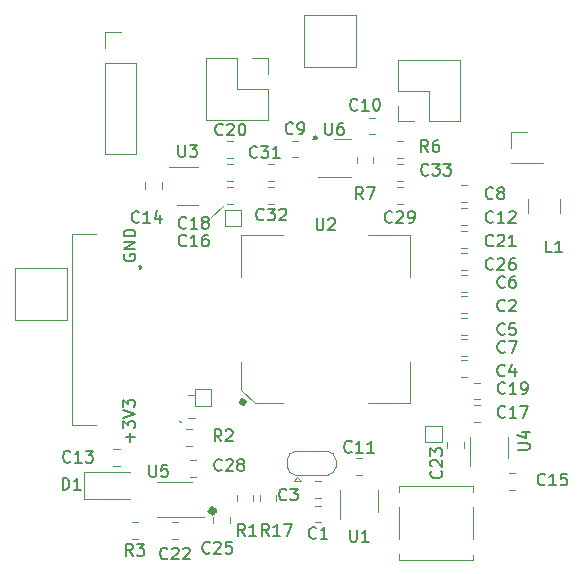
<source format=gto>
G04 #@! TF.GenerationSoftware,KiCad,Pcbnew,(5.1.6)-1*
G04 #@! TF.CreationDate,2020-07-07T21:46:09+02:00*
G04 #@! TF.ProjectId,ToF_camera_VGA,546f465f-6361-46d6-9572-615f5647412e,rev?*
G04 #@! TF.SameCoordinates,Original*
G04 #@! TF.FileFunction,Legend,Top*
G04 #@! TF.FilePolarity,Positive*
%FSLAX46Y46*%
G04 Gerber Fmt 4.6, Leading zero omitted, Abs format (unit mm)*
G04 Created by KiCad (PCBNEW (5.1.6)-1) date 2020-07-07 21:46:09*
%MOMM*%
%LPD*%
G01*
G04 APERTURE LIST*
%ADD10C,0.150000*%
%ADD11C,0.120000*%
%ADD12C,0.500000*%
%ADD13C,0.100000*%
%ADD14C,0.300000*%
%ADD15C,0.400000*%
G04 APERTURE END LIST*
D10*
X101131428Y-117491904D02*
X101131428Y-116730000D01*
X101512380Y-117110952D02*
X100750476Y-117110952D01*
X100512380Y-116349047D02*
X100512380Y-115730000D01*
X100893333Y-116063333D01*
X100893333Y-115920476D01*
X100940952Y-115825238D01*
X100988571Y-115777619D01*
X101083809Y-115730000D01*
X101321904Y-115730000D01*
X101417142Y-115777619D01*
X101464761Y-115825238D01*
X101512380Y-115920476D01*
X101512380Y-116206190D01*
X101464761Y-116301428D01*
X101417142Y-116349047D01*
X100512380Y-115444285D02*
X101512380Y-115110952D01*
X100512380Y-114777619D01*
X100512380Y-114539523D02*
X100512380Y-113920476D01*
X100893333Y-114253809D01*
X100893333Y-114110952D01*
X100940952Y-114015714D01*
X100988571Y-113968095D01*
X101083809Y-113920476D01*
X101321904Y-113920476D01*
X101417142Y-113968095D01*
X101464761Y-114015714D01*
X101512380Y-114110952D01*
X101512380Y-114396666D01*
X101464761Y-114491904D01*
X101417142Y-114539523D01*
X100610000Y-101621904D02*
X100562380Y-101717142D01*
X100562380Y-101860000D01*
X100610000Y-102002857D01*
X100705238Y-102098095D01*
X100800476Y-102145714D01*
X100990952Y-102193333D01*
X101133809Y-102193333D01*
X101324285Y-102145714D01*
X101419523Y-102098095D01*
X101514761Y-102002857D01*
X101562380Y-101860000D01*
X101562380Y-101764761D01*
X101514761Y-101621904D01*
X101467142Y-101574285D01*
X101133809Y-101574285D01*
X101133809Y-101764761D01*
X101562380Y-101145714D02*
X100562380Y-101145714D01*
X101562380Y-100574285D01*
X100562380Y-100574285D01*
X101562380Y-100098095D02*
X100562380Y-100098095D01*
X100562380Y-99860000D01*
X100610000Y-99717142D01*
X100705238Y-99621904D01*
X100800476Y-99574285D01*
X100990952Y-99526666D01*
X101133809Y-99526666D01*
X101324285Y-99574285D01*
X101419523Y-99621904D01*
X101514761Y-99717142D01*
X101562380Y-99860000D01*
X101562380Y-100098095D01*
D11*
X108000000Y-98500000D02*
X109000000Y-97500000D01*
D12*
X108235254Y-123350000D02*
G75*
G03*
X108235254Y-123350000I-172627J0D01*
G01*
D11*
X103350000Y-123880000D02*
X107350000Y-123880000D01*
X103350000Y-120880000D02*
X106350000Y-120880000D01*
D12*
X110760000Y-114130000D02*
G75*
G03*
X110760000Y-114130000I-100000J0D01*
G01*
D11*
X110540000Y-113130000D02*
X110540000Y-110750000D01*
X111660000Y-114250000D02*
X110540000Y-113130000D01*
X114040000Y-114250000D02*
X111660000Y-114250000D01*
X110540000Y-100010000D02*
X110540000Y-103510000D01*
X114040000Y-100010000D02*
X110540000Y-100010000D01*
X124780000Y-114250000D02*
X124780000Y-110750000D01*
X121280000Y-114250000D02*
X124780000Y-114250000D01*
X124780000Y-100010000D02*
X124780000Y-103510000D01*
X121280000Y-100010000D02*
X124780000Y-100010000D01*
X124780000Y-114250000D02*
X124780000Y-110750000D01*
X121280000Y-114250000D02*
X124780000Y-114250000D01*
X124780000Y-114250000D02*
X124780000Y-110750000D01*
X121280000Y-114250000D02*
X124780000Y-114250000D01*
D13*
X96190000Y-116090000D02*
X98200000Y-116090000D01*
X96190000Y-99890000D02*
X96190000Y-116090000D01*
X98200000Y-99890000D02*
X96190000Y-99890000D01*
D14*
X101970000Y-102680000D02*
G75*
G03*
X101970000Y-102780000I0J-50000D01*
G01*
X101970000Y-102780000D02*
G75*
G03*
X101970000Y-102680000I0J50000D01*
G01*
D13*
X105400000Y-115790000D02*
X105400000Y-115790000D01*
X105300000Y-115790000D02*
X105300000Y-115790000D01*
X106000000Y-115490000D02*
X106600000Y-115490000D01*
X106000000Y-113490000D02*
X106600000Y-113490000D01*
X105300000Y-115790000D02*
G75*
G02*
X105400000Y-115790000I50000J0D01*
G01*
X105400000Y-115790000D02*
G75*
G02*
X105300000Y-115790000I-50000J0D01*
G01*
D11*
X91330000Y-107200000D02*
X91330000Y-102800000D01*
X95730000Y-107200000D02*
X91330000Y-107200000D01*
X95730000Y-102800000D02*
X95730000Y-107200000D01*
X91330000Y-102800000D02*
X95730000Y-102800000D01*
X115800000Y-85730000D02*
X115800000Y-81330000D01*
X120200000Y-85730000D02*
X115800000Y-85730000D01*
X120200000Y-81330000D02*
X120200000Y-85730000D01*
X115800000Y-81330000D02*
X120200000Y-81330000D01*
X126110000Y-117520000D02*
X126110000Y-116120000D01*
X127510000Y-117520000D02*
X126110000Y-117520000D01*
X127510000Y-116120000D02*
X127510000Y-117520000D01*
X126110000Y-116120000D02*
X127510000Y-116120000D01*
X109120000Y-99250000D02*
X109120000Y-97850000D01*
X110520000Y-99250000D02*
X109120000Y-99250000D01*
X110520000Y-97850000D02*
X110520000Y-99250000D01*
X109120000Y-97850000D02*
X110520000Y-97850000D01*
X106570000Y-114460000D02*
X106570000Y-113060000D01*
X107970000Y-114460000D02*
X106570000Y-114460000D01*
X107970000Y-113060000D02*
X107970000Y-114460000D01*
X106570000Y-113060000D02*
X107970000Y-113060000D01*
X100221078Y-118090000D02*
X99703922Y-118090000D01*
X100221078Y-119510000D02*
X99703922Y-119510000D01*
X115070000Y-118310000D02*
X117870000Y-118310000D01*
X118520000Y-119010000D02*
X118520000Y-119610000D01*
X117870000Y-120310000D02*
X115070000Y-120310000D01*
X114420000Y-119610000D02*
X114420000Y-119010000D01*
X115270000Y-120510000D02*
X114970000Y-120810000D01*
X114970000Y-120810000D02*
X115570000Y-120810000D01*
X115270000Y-120510000D02*
X115570000Y-120810000D01*
X114420000Y-119010000D02*
G75*
G02*
X115120000Y-118310000I700000J0D01*
G01*
X115120000Y-120310000D02*
G75*
G02*
X114420000Y-119610000I0J700000D01*
G01*
X118520000Y-119610000D02*
G75*
G02*
X117820000Y-120310000I-700000J0D01*
G01*
X117820000Y-118310000D02*
G75*
G02*
X118520000Y-119010000I0J-700000D01*
G01*
X113318578Y-93990000D02*
X112801422Y-93990000D01*
X113318578Y-95410000D02*
X112801422Y-95410000D01*
X106151422Y-119020000D02*
X106668578Y-119020000D01*
X106151422Y-120440000D02*
X106668578Y-120440000D01*
X123880000Y-121720000D02*
X123880000Y-121270000D01*
X130180000Y-121270000D02*
X130180000Y-121720000D01*
X123880000Y-121270000D02*
X130180000Y-121270000D01*
X130180000Y-123020000D02*
X130180000Y-125720000D01*
X123880000Y-125720000D02*
X123880000Y-123020000D01*
X130180000Y-127470000D02*
X130180000Y-127070000D01*
X123880000Y-127470000D02*
X130180000Y-127470000D01*
X123880000Y-127020000D02*
X123880000Y-127470000D01*
X106860000Y-94190000D02*
X104410000Y-94190000D01*
X105060000Y-97410000D02*
X106860000Y-97410000D01*
X123810000Y-90360000D02*
X123810000Y-89030000D01*
X125140000Y-90360000D02*
X123810000Y-90360000D01*
X123810000Y-87760000D02*
X123810000Y-85160000D01*
X126410000Y-87760000D02*
X123810000Y-87760000D01*
X126410000Y-90360000D02*
X126410000Y-87760000D01*
X123810000Y-85160000D02*
X129010000Y-85160000D01*
X126410000Y-90360000D02*
X129010000Y-90360000D01*
X129010000Y-90360000D02*
X129010000Y-85160000D01*
X112760000Y-85020000D02*
X112760000Y-86350000D01*
X111430000Y-85020000D02*
X112760000Y-85020000D01*
X112760000Y-87620000D02*
X112760000Y-90220000D01*
X110160000Y-87620000D02*
X112760000Y-87620000D01*
X110160000Y-85020000D02*
X110160000Y-87620000D01*
X112760000Y-90220000D02*
X107560000Y-90220000D01*
X110160000Y-85020000D02*
X107560000Y-85020000D01*
X107560000Y-85020000D02*
X107560000Y-90220000D01*
X133370000Y-91270000D02*
X134700000Y-91270000D01*
X133370000Y-92600000D02*
X133370000Y-91270000D01*
X133370000Y-93870000D02*
X136030000Y-93870000D01*
X136030000Y-93870000D02*
X136030000Y-93930000D01*
X133370000Y-93870000D02*
X133370000Y-93930000D01*
X133370000Y-93930000D02*
X136030000Y-93930000D01*
D15*
X116800000Y-91750000D02*
G75*
G03*
X116800000Y-91750000I-50000J0D01*
G01*
D11*
X117000000Y-95110000D02*
X119800000Y-95110000D01*
X118400000Y-91890000D02*
X119800000Y-91890000D01*
X129850000Y-117070000D02*
X129850000Y-119520000D01*
X133070000Y-118870000D02*
X133070000Y-117070000D01*
X118910000Y-121610000D02*
X118910000Y-124060000D01*
X122130000Y-123410000D02*
X122130000Y-121610000D01*
X112070000Y-122003922D02*
X112070000Y-122521078D01*
X113490000Y-122003922D02*
X113490000Y-122521078D01*
X120290000Y-93378922D02*
X120290000Y-93896078D01*
X121710000Y-93378922D02*
X121710000Y-93896078D01*
X124196078Y-92040000D02*
X123678922Y-92040000D01*
X124196078Y-93460000D02*
X123678922Y-93460000D01*
X101766078Y-124320000D02*
X101248922Y-124320000D01*
X101766078Y-125740000D02*
X101248922Y-125740000D01*
X111540000Y-122516078D02*
X111540000Y-121998922D01*
X110120000Y-122516078D02*
X110120000Y-121998922D01*
X134790000Y-96897936D02*
X134790000Y-98102064D01*
X137510000Y-96897936D02*
X137510000Y-98102064D01*
X98980000Y-82820000D02*
X100310000Y-82820000D01*
X98980000Y-84150000D02*
X98980000Y-82820000D01*
X98980000Y-85420000D02*
X101640000Y-85420000D01*
X101640000Y-85420000D02*
X101640000Y-93100000D01*
X98980000Y-85420000D02*
X98980000Y-93100000D01*
X98980000Y-93100000D02*
X101640000Y-93100000D01*
X97215000Y-122335000D02*
X101100000Y-122335000D01*
X97215000Y-120065000D02*
X97215000Y-122335000D01*
X101100000Y-120065000D02*
X97215000Y-120065000D01*
X123678922Y-95410000D02*
X124196078Y-95410000D01*
X123678922Y-93990000D02*
X124196078Y-93990000D01*
X113318578Y-95940000D02*
X112801422Y-95940000D01*
X113318578Y-97360000D02*
X112801422Y-97360000D01*
X123678922Y-97360000D02*
X124196078Y-97360000D01*
X123678922Y-95940000D02*
X124196078Y-95940000D01*
X106348578Y-116390000D02*
X105831422Y-116390000D01*
X106348578Y-117810000D02*
X105831422Y-117810000D01*
X129128922Y-102960000D02*
X129646078Y-102960000D01*
X129128922Y-101540000D02*
X129646078Y-101540000D01*
X109590000Y-124398578D02*
X109590000Y-123881422D01*
X108170000Y-124398578D02*
X108170000Y-123881422D01*
X127950000Y-117511422D02*
X127950000Y-118028578D01*
X129370000Y-117511422D02*
X129370000Y-118028578D01*
X104661422Y-125740000D02*
X105178578Y-125740000D01*
X104661422Y-124320000D02*
X105178578Y-124320000D01*
X129128922Y-101060000D02*
X129646078Y-101060000D01*
X129128922Y-99640000D02*
X129646078Y-99640000D01*
X109341422Y-93460000D02*
X109858578Y-93460000D01*
X109341422Y-92040000D02*
X109858578Y-92040000D01*
X130241422Y-113910000D02*
X130758578Y-113910000D01*
X130241422Y-112490000D02*
X130758578Y-112490000D01*
X109343922Y-95410000D02*
X109861078Y-95410000D01*
X109343922Y-93990000D02*
X109861078Y-93990000D01*
X130241422Y-114380000D02*
X130758578Y-114380000D01*
X130241422Y-115800000D02*
X130758578Y-115800000D01*
X109341422Y-97360000D02*
X109858578Y-97360000D01*
X109341422Y-95940000D02*
X109858578Y-95940000D01*
X133181422Y-121580000D02*
X133698578Y-121580000D01*
X133181422Y-120160000D02*
X133698578Y-120160000D01*
X102350000Y-95538922D02*
X102350000Y-96056078D01*
X103770000Y-95538922D02*
X103770000Y-96056078D01*
X129141422Y-99110000D02*
X129658578Y-99110000D01*
X129141422Y-97690000D02*
X129658578Y-97690000D01*
X120241422Y-120320000D02*
X120758578Y-120320000D01*
X120241422Y-118900000D02*
X120758578Y-118900000D01*
X121358922Y-91460000D02*
X121876078Y-91460000D01*
X121358922Y-90040000D02*
X121876078Y-90040000D01*
X115321078Y-91990000D02*
X114803922Y-91990000D01*
X115321078Y-93410000D02*
X114803922Y-93410000D01*
X129141422Y-97170000D02*
X129658578Y-97170000D01*
X129141422Y-95750000D02*
X129658578Y-95750000D01*
X129141422Y-110210000D02*
X129658578Y-110210000D01*
X129141422Y-108790000D02*
X129658578Y-108790000D01*
X129141422Y-104810000D02*
X129658578Y-104810000D01*
X129141422Y-103390000D02*
X129658578Y-103390000D01*
X129141422Y-108410000D02*
X129658578Y-108410000D01*
X129141422Y-106990000D02*
X129658578Y-106990000D01*
X129141422Y-112010000D02*
X129658578Y-112010000D01*
X129141422Y-110590000D02*
X129658578Y-110590000D01*
X117251078Y-120850000D02*
X116733922Y-120850000D01*
X117251078Y-122270000D02*
X116733922Y-122270000D01*
X129141422Y-106610000D02*
X129658578Y-106610000D01*
X129141422Y-105190000D02*
X129658578Y-105190000D01*
X117291078Y-122900000D02*
X116773922Y-122900000D01*
X117291078Y-124320000D02*
X116773922Y-124320000D01*
D10*
X102738095Y-119452380D02*
X102738095Y-120261904D01*
X102785714Y-120357142D01*
X102833333Y-120404761D01*
X102928571Y-120452380D01*
X103119047Y-120452380D01*
X103214285Y-120404761D01*
X103261904Y-120357142D01*
X103309523Y-120261904D01*
X103309523Y-119452380D01*
X104261904Y-119452380D02*
X103785714Y-119452380D01*
X103738095Y-119928571D01*
X103785714Y-119880952D01*
X103880952Y-119833333D01*
X104119047Y-119833333D01*
X104214285Y-119880952D01*
X104261904Y-119928571D01*
X104309523Y-120023809D01*
X104309523Y-120261904D01*
X104261904Y-120357142D01*
X104214285Y-120404761D01*
X104119047Y-120452380D01*
X103880952Y-120452380D01*
X103785714Y-120404761D01*
X103738095Y-120357142D01*
X116898095Y-98582380D02*
X116898095Y-99391904D01*
X116945714Y-99487142D01*
X116993333Y-99534761D01*
X117088571Y-99582380D01*
X117279047Y-99582380D01*
X117374285Y-99534761D01*
X117421904Y-99487142D01*
X117469523Y-99391904D01*
X117469523Y-98582380D01*
X117898095Y-98677619D02*
X117945714Y-98630000D01*
X118040952Y-98582380D01*
X118279047Y-98582380D01*
X118374285Y-98630000D01*
X118421904Y-98677619D01*
X118469523Y-98772857D01*
X118469523Y-98868095D01*
X118421904Y-99010952D01*
X117850476Y-99582380D01*
X118469523Y-99582380D01*
X96052142Y-119157142D02*
X96004523Y-119204761D01*
X95861666Y-119252380D01*
X95766428Y-119252380D01*
X95623571Y-119204761D01*
X95528333Y-119109523D01*
X95480714Y-119014285D01*
X95433095Y-118823809D01*
X95433095Y-118680952D01*
X95480714Y-118490476D01*
X95528333Y-118395238D01*
X95623571Y-118300000D01*
X95766428Y-118252380D01*
X95861666Y-118252380D01*
X96004523Y-118300000D01*
X96052142Y-118347619D01*
X97004523Y-119252380D02*
X96433095Y-119252380D01*
X96718809Y-119252380D02*
X96718809Y-118252380D01*
X96623571Y-118395238D01*
X96528333Y-118490476D01*
X96433095Y-118538095D01*
X97337857Y-118252380D02*
X97956904Y-118252380D01*
X97623571Y-118633333D01*
X97766428Y-118633333D01*
X97861666Y-118680952D01*
X97909285Y-118728571D01*
X97956904Y-118823809D01*
X97956904Y-119061904D01*
X97909285Y-119157142D01*
X97861666Y-119204761D01*
X97766428Y-119252380D01*
X97480714Y-119252380D01*
X97385476Y-119204761D01*
X97337857Y-119157142D01*
X111857142Y-93357142D02*
X111809523Y-93404761D01*
X111666666Y-93452380D01*
X111571428Y-93452380D01*
X111428571Y-93404761D01*
X111333333Y-93309523D01*
X111285714Y-93214285D01*
X111238095Y-93023809D01*
X111238095Y-92880952D01*
X111285714Y-92690476D01*
X111333333Y-92595238D01*
X111428571Y-92500000D01*
X111571428Y-92452380D01*
X111666666Y-92452380D01*
X111809523Y-92500000D01*
X111857142Y-92547619D01*
X112190476Y-92452380D02*
X112809523Y-92452380D01*
X112476190Y-92833333D01*
X112619047Y-92833333D01*
X112714285Y-92880952D01*
X112761904Y-92928571D01*
X112809523Y-93023809D01*
X112809523Y-93261904D01*
X112761904Y-93357142D01*
X112714285Y-93404761D01*
X112619047Y-93452380D01*
X112333333Y-93452380D01*
X112238095Y-93404761D01*
X112190476Y-93357142D01*
X113761904Y-93452380D02*
X113190476Y-93452380D01*
X113476190Y-93452380D02*
X113476190Y-92452380D01*
X113380952Y-92595238D01*
X113285714Y-92690476D01*
X113190476Y-92738095D01*
X108833333Y-117452380D02*
X108500000Y-116976190D01*
X108261904Y-117452380D02*
X108261904Y-116452380D01*
X108642857Y-116452380D01*
X108738095Y-116500000D01*
X108785714Y-116547619D01*
X108833333Y-116642857D01*
X108833333Y-116785714D01*
X108785714Y-116880952D01*
X108738095Y-116928571D01*
X108642857Y-116976190D01*
X108261904Y-116976190D01*
X109214285Y-116547619D02*
X109261904Y-116500000D01*
X109357142Y-116452380D01*
X109595238Y-116452380D01*
X109690476Y-116500000D01*
X109738095Y-116547619D01*
X109785714Y-116642857D01*
X109785714Y-116738095D01*
X109738095Y-116880952D01*
X109166666Y-117452380D01*
X109785714Y-117452380D01*
X105198095Y-92352380D02*
X105198095Y-93161904D01*
X105245714Y-93257142D01*
X105293333Y-93304761D01*
X105388571Y-93352380D01*
X105579047Y-93352380D01*
X105674285Y-93304761D01*
X105721904Y-93257142D01*
X105769523Y-93161904D01*
X105769523Y-92352380D01*
X106150476Y-92352380D02*
X106769523Y-92352380D01*
X106436190Y-92733333D01*
X106579047Y-92733333D01*
X106674285Y-92780952D01*
X106721904Y-92828571D01*
X106769523Y-92923809D01*
X106769523Y-93161904D01*
X106721904Y-93257142D01*
X106674285Y-93304761D01*
X106579047Y-93352380D01*
X106293333Y-93352380D01*
X106198095Y-93304761D01*
X106150476Y-93257142D01*
X117638095Y-90502380D02*
X117638095Y-91311904D01*
X117685714Y-91407142D01*
X117733333Y-91454761D01*
X117828571Y-91502380D01*
X118019047Y-91502380D01*
X118114285Y-91454761D01*
X118161904Y-91407142D01*
X118209523Y-91311904D01*
X118209523Y-90502380D01*
X119114285Y-90502380D02*
X118923809Y-90502380D01*
X118828571Y-90550000D01*
X118780952Y-90597619D01*
X118685714Y-90740476D01*
X118638095Y-90930952D01*
X118638095Y-91311904D01*
X118685714Y-91407142D01*
X118733333Y-91454761D01*
X118828571Y-91502380D01*
X119019047Y-91502380D01*
X119114285Y-91454761D01*
X119161904Y-91407142D01*
X119209523Y-91311904D01*
X119209523Y-91073809D01*
X119161904Y-90978571D01*
X119114285Y-90930952D01*
X119019047Y-90883333D01*
X118828571Y-90883333D01*
X118733333Y-90930952D01*
X118685714Y-90978571D01*
X118638095Y-91073809D01*
X133932380Y-118181904D02*
X134741904Y-118181904D01*
X134837142Y-118134285D01*
X134884761Y-118086666D01*
X134932380Y-117991428D01*
X134932380Y-117800952D01*
X134884761Y-117705714D01*
X134837142Y-117658095D01*
X134741904Y-117610476D01*
X133932380Y-117610476D01*
X134265714Y-116705714D02*
X134932380Y-116705714D01*
X133884761Y-116943809D02*
X134599047Y-117181904D01*
X134599047Y-116562857D01*
X119738095Y-124952380D02*
X119738095Y-125761904D01*
X119785714Y-125857142D01*
X119833333Y-125904761D01*
X119928571Y-125952380D01*
X120119047Y-125952380D01*
X120214285Y-125904761D01*
X120261904Y-125857142D01*
X120309523Y-125761904D01*
X120309523Y-124952380D01*
X121309523Y-125952380D02*
X120738095Y-125952380D01*
X121023809Y-125952380D02*
X121023809Y-124952380D01*
X120928571Y-125095238D01*
X120833333Y-125190476D01*
X120738095Y-125238095D01*
X112857142Y-125452380D02*
X112523809Y-124976190D01*
X112285714Y-125452380D02*
X112285714Y-124452380D01*
X112666666Y-124452380D01*
X112761904Y-124500000D01*
X112809523Y-124547619D01*
X112857142Y-124642857D01*
X112857142Y-124785714D01*
X112809523Y-124880952D01*
X112761904Y-124928571D01*
X112666666Y-124976190D01*
X112285714Y-124976190D01*
X113809523Y-125452380D02*
X113238095Y-125452380D01*
X113523809Y-125452380D02*
X113523809Y-124452380D01*
X113428571Y-124595238D01*
X113333333Y-124690476D01*
X113238095Y-124738095D01*
X114142857Y-124452380D02*
X114809523Y-124452380D01*
X114380952Y-125452380D01*
X120833333Y-96952380D02*
X120500000Y-96476190D01*
X120261904Y-96952380D02*
X120261904Y-95952380D01*
X120642857Y-95952380D01*
X120738095Y-96000000D01*
X120785714Y-96047619D01*
X120833333Y-96142857D01*
X120833333Y-96285714D01*
X120785714Y-96380952D01*
X120738095Y-96428571D01*
X120642857Y-96476190D01*
X120261904Y-96476190D01*
X121166666Y-95952380D02*
X121833333Y-95952380D01*
X121404761Y-96952380D01*
X126333333Y-92952380D02*
X126000000Y-92476190D01*
X125761904Y-92952380D02*
X125761904Y-91952380D01*
X126142857Y-91952380D01*
X126238095Y-92000000D01*
X126285714Y-92047619D01*
X126333333Y-92142857D01*
X126333333Y-92285714D01*
X126285714Y-92380952D01*
X126238095Y-92428571D01*
X126142857Y-92476190D01*
X125761904Y-92476190D01*
X127190476Y-91952380D02*
X127000000Y-91952380D01*
X126904761Y-92000000D01*
X126857142Y-92047619D01*
X126761904Y-92190476D01*
X126714285Y-92380952D01*
X126714285Y-92761904D01*
X126761904Y-92857142D01*
X126809523Y-92904761D01*
X126904761Y-92952380D01*
X127095238Y-92952380D01*
X127190476Y-92904761D01*
X127238095Y-92857142D01*
X127285714Y-92761904D01*
X127285714Y-92523809D01*
X127238095Y-92428571D01*
X127190476Y-92380952D01*
X127095238Y-92333333D01*
X126904761Y-92333333D01*
X126809523Y-92380952D01*
X126761904Y-92428571D01*
X126714285Y-92523809D01*
X101340833Y-127132380D02*
X101007500Y-126656190D01*
X100769404Y-127132380D02*
X100769404Y-126132380D01*
X101150357Y-126132380D01*
X101245595Y-126180000D01*
X101293214Y-126227619D01*
X101340833Y-126322857D01*
X101340833Y-126465714D01*
X101293214Y-126560952D01*
X101245595Y-126608571D01*
X101150357Y-126656190D01*
X100769404Y-126656190D01*
X101674166Y-126132380D02*
X102293214Y-126132380D01*
X101959880Y-126513333D01*
X102102738Y-126513333D01*
X102197976Y-126560952D01*
X102245595Y-126608571D01*
X102293214Y-126703809D01*
X102293214Y-126941904D01*
X102245595Y-127037142D01*
X102197976Y-127084761D01*
X102102738Y-127132380D01*
X101817023Y-127132380D01*
X101721785Y-127084761D01*
X101674166Y-127037142D01*
X110833333Y-125452380D02*
X110500000Y-124976190D01*
X110261904Y-125452380D02*
X110261904Y-124452380D01*
X110642857Y-124452380D01*
X110738095Y-124500000D01*
X110785714Y-124547619D01*
X110833333Y-124642857D01*
X110833333Y-124785714D01*
X110785714Y-124880952D01*
X110738095Y-124928571D01*
X110642857Y-124976190D01*
X110261904Y-124976190D01*
X111785714Y-125452380D02*
X111214285Y-125452380D01*
X111500000Y-125452380D02*
X111500000Y-124452380D01*
X111404761Y-124595238D01*
X111309523Y-124690476D01*
X111214285Y-124738095D01*
X136833333Y-101452380D02*
X136357142Y-101452380D01*
X136357142Y-100452380D01*
X137690476Y-101452380D02*
X137119047Y-101452380D01*
X137404761Y-101452380D02*
X137404761Y-100452380D01*
X137309523Y-100595238D01*
X137214285Y-100690476D01*
X137119047Y-100738095D01*
X95401904Y-121552380D02*
X95401904Y-120552380D01*
X95640000Y-120552380D01*
X95782857Y-120600000D01*
X95878095Y-120695238D01*
X95925714Y-120790476D01*
X95973333Y-120980952D01*
X95973333Y-121123809D01*
X95925714Y-121314285D01*
X95878095Y-121409523D01*
X95782857Y-121504761D01*
X95640000Y-121552380D01*
X95401904Y-121552380D01*
X96925714Y-121552380D02*
X96354285Y-121552380D01*
X96640000Y-121552380D02*
X96640000Y-120552380D01*
X96544761Y-120695238D01*
X96449523Y-120790476D01*
X96354285Y-120838095D01*
X126357142Y-94857142D02*
X126309523Y-94904761D01*
X126166666Y-94952380D01*
X126071428Y-94952380D01*
X125928571Y-94904761D01*
X125833333Y-94809523D01*
X125785714Y-94714285D01*
X125738095Y-94523809D01*
X125738095Y-94380952D01*
X125785714Y-94190476D01*
X125833333Y-94095238D01*
X125928571Y-94000000D01*
X126071428Y-93952380D01*
X126166666Y-93952380D01*
X126309523Y-94000000D01*
X126357142Y-94047619D01*
X126690476Y-93952380D02*
X127309523Y-93952380D01*
X126976190Y-94333333D01*
X127119047Y-94333333D01*
X127214285Y-94380952D01*
X127261904Y-94428571D01*
X127309523Y-94523809D01*
X127309523Y-94761904D01*
X127261904Y-94857142D01*
X127214285Y-94904761D01*
X127119047Y-94952380D01*
X126833333Y-94952380D01*
X126738095Y-94904761D01*
X126690476Y-94857142D01*
X127642857Y-93952380D02*
X128261904Y-93952380D01*
X127928571Y-94333333D01*
X128071428Y-94333333D01*
X128166666Y-94380952D01*
X128214285Y-94428571D01*
X128261904Y-94523809D01*
X128261904Y-94761904D01*
X128214285Y-94857142D01*
X128166666Y-94904761D01*
X128071428Y-94952380D01*
X127785714Y-94952380D01*
X127690476Y-94904761D01*
X127642857Y-94857142D01*
X112417142Y-98657142D02*
X112369523Y-98704761D01*
X112226666Y-98752380D01*
X112131428Y-98752380D01*
X111988571Y-98704761D01*
X111893333Y-98609523D01*
X111845714Y-98514285D01*
X111798095Y-98323809D01*
X111798095Y-98180952D01*
X111845714Y-97990476D01*
X111893333Y-97895238D01*
X111988571Y-97800000D01*
X112131428Y-97752380D01*
X112226666Y-97752380D01*
X112369523Y-97800000D01*
X112417142Y-97847619D01*
X112750476Y-97752380D02*
X113369523Y-97752380D01*
X113036190Y-98133333D01*
X113179047Y-98133333D01*
X113274285Y-98180952D01*
X113321904Y-98228571D01*
X113369523Y-98323809D01*
X113369523Y-98561904D01*
X113321904Y-98657142D01*
X113274285Y-98704761D01*
X113179047Y-98752380D01*
X112893333Y-98752380D01*
X112798095Y-98704761D01*
X112750476Y-98657142D01*
X113750476Y-97847619D02*
X113798095Y-97800000D01*
X113893333Y-97752380D01*
X114131428Y-97752380D01*
X114226666Y-97800000D01*
X114274285Y-97847619D01*
X114321904Y-97942857D01*
X114321904Y-98038095D01*
X114274285Y-98180952D01*
X113702857Y-98752380D01*
X114321904Y-98752380D01*
X123294642Y-98857142D02*
X123247023Y-98904761D01*
X123104166Y-98952380D01*
X123008928Y-98952380D01*
X122866071Y-98904761D01*
X122770833Y-98809523D01*
X122723214Y-98714285D01*
X122675595Y-98523809D01*
X122675595Y-98380952D01*
X122723214Y-98190476D01*
X122770833Y-98095238D01*
X122866071Y-98000000D01*
X123008928Y-97952380D01*
X123104166Y-97952380D01*
X123247023Y-98000000D01*
X123294642Y-98047619D01*
X123675595Y-98047619D02*
X123723214Y-98000000D01*
X123818452Y-97952380D01*
X124056547Y-97952380D01*
X124151785Y-98000000D01*
X124199404Y-98047619D01*
X124247023Y-98142857D01*
X124247023Y-98238095D01*
X124199404Y-98380952D01*
X123627976Y-98952380D01*
X124247023Y-98952380D01*
X124723214Y-98952380D02*
X124913690Y-98952380D01*
X125008928Y-98904761D01*
X125056547Y-98857142D01*
X125151785Y-98714285D01*
X125199404Y-98523809D01*
X125199404Y-98142857D01*
X125151785Y-98047619D01*
X125104166Y-98000000D01*
X125008928Y-97952380D01*
X124818452Y-97952380D01*
X124723214Y-98000000D01*
X124675595Y-98047619D01*
X124627976Y-98142857D01*
X124627976Y-98380952D01*
X124675595Y-98476190D01*
X124723214Y-98523809D01*
X124818452Y-98571428D01*
X125008928Y-98571428D01*
X125104166Y-98523809D01*
X125151785Y-98476190D01*
X125199404Y-98380952D01*
X108857142Y-119857142D02*
X108809523Y-119904761D01*
X108666666Y-119952380D01*
X108571428Y-119952380D01*
X108428571Y-119904761D01*
X108333333Y-119809523D01*
X108285714Y-119714285D01*
X108238095Y-119523809D01*
X108238095Y-119380952D01*
X108285714Y-119190476D01*
X108333333Y-119095238D01*
X108428571Y-119000000D01*
X108571428Y-118952380D01*
X108666666Y-118952380D01*
X108809523Y-119000000D01*
X108857142Y-119047619D01*
X109238095Y-119047619D02*
X109285714Y-119000000D01*
X109380952Y-118952380D01*
X109619047Y-118952380D01*
X109714285Y-119000000D01*
X109761904Y-119047619D01*
X109809523Y-119142857D01*
X109809523Y-119238095D01*
X109761904Y-119380952D01*
X109190476Y-119952380D01*
X109809523Y-119952380D01*
X110380952Y-119380952D02*
X110285714Y-119333333D01*
X110238095Y-119285714D01*
X110190476Y-119190476D01*
X110190476Y-119142857D01*
X110238095Y-119047619D01*
X110285714Y-119000000D01*
X110380952Y-118952380D01*
X110571428Y-118952380D01*
X110666666Y-119000000D01*
X110714285Y-119047619D01*
X110761904Y-119142857D01*
X110761904Y-119190476D01*
X110714285Y-119285714D01*
X110666666Y-119333333D01*
X110571428Y-119380952D01*
X110380952Y-119380952D01*
X110285714Y-119428571D01*
X110238095Y-119476190D01*
X110190476Y-119571428D01*
X110190476Y-119761904D01*
X110238095Y-119857142D01*
X110285714Y-119904761D01*
X110380952Y-119952380D01*
X110571428Y-119952380D01*
X110666666Y-119904761D01*
X110714285Y-119857142D01*
X110761904Y-119761904D01*
X110761904Y-119571428D01*
X110714285Y-119476190D01*
X110666666Y-119428571D01*
X110571428Y-119380952D01*
X131857142Y-102857142D02*
X131809523Y-102904761D01*
X131666666Y-102952380D01*
X131571428Y-102952380D01*
X131428571Y-102904761D01*
X131333333Y-102809523D01*
X131285714Y-102714285D01*
X131238095Y-102523809D01*
X131238095Y-102380952D01*
X131285714Y-102190476D01*
X131333333Y-102095238D01*
X131428571Y-102000000D01*
X131571428Y-101952380D01*
X131666666Y-101952380D01*
X131809523Y-102000000D01*
X131857142Y-102047619D01*
X132238095Y-102047619D02*
X132285714Y-102000000D01*
X132380952Y-101952380D01*
X132619047Y-101952380D01*
X132714285Y-102000000D01*
X132761904Y-102047619D01*
X132809523Y-102142857D01*
X132809523Y-102238095D01*
X132761904Y-102380952D01*
X132190476Y-102952380D01*
X132809523Y-102952380D01*
X133666666Y-101952380D02*
X133476190Y-101952380D01*
X133380952Y-102000000D01*
X133333333Y-102047619D01*
X133238095Y-102190476D01*
X133190476Y-102380952D01*
X133190476Y-102761904D01*
X133238095Y-102857142D01*
X133285714Y-102904761D01*
X133380952Y-102952380D01*
X133571428Y-102952380D01*
X133666666Y-102904761D01*
X133714285Y-102857142D01*
X133761904Y-102761904D01*
X133761904Y-102523809D01*
X133714285Y-102428571D01*
X133666666Y-102380952D01*
X133571428Y-102333333D01*
X133380952Y-102333333D01*
X133285714Y-102380952D01*
X133238095Y-102428571D01*
X133190476Y-102523809D01*
X107857142Y-126857142D02*
X107809523Y-126904761D01*
X107666666Y-126952380D01*
X107571428Y-126952380D01*
X107428571Y-126904761D01*
X107333333Y-126809523D01*
X107285714Y-126714285D01*
X107238095Y-126523809D01*
X107238095Y-126380952D01*
X107285714Y-126190476D01*
X107333333Y-126095238D01*
X107428571Y-126000000D01*
X107571428Y-125952380D01*
X107666666Y-125952380D01*
X107809523Y-126000000D01*
X107857142Y-126047619D01*
X108238095Y-126047619D02*
X108285714Y-126000000D01*
X108380952Y-125952380D01*
X108619047Y-125952380D01*
X108714285Y-126000000D01*
X108761904Y-126047619D01*
X108809523Y-126142857D01*
X108809523Y-126238095D01*
X108761904Y-126380952D01*
X108190476Y-126952380D01*
X108809523Y-126952380D01*
X109714285Y-125952380D02*
X109238095Y-125952380D01*
X109190476Y-126428571D01*
X109238095Y-126380952D01*
X109333333Y-126333333D01*
X109571428Y-126333333D01*
X109666666Y-126380952D01*
X109714285Y-126428571D01*
X109761904Y-126523809D01*
X109761904Y-126761904D01*
X109714285Y-126857142D01*
X109666666Y-126904761D01*
X109571428Y-126952380D01*
X109333333Y-126952380D01*
X109238095Y-126904761D01*
X109190476Y-126857142D01*
X127447142Y-119962857D02*
X127494761Y-120010476D01*
X127542380Y-120153333D01*
X127542380Y-120248571D01*
X127494761Y-120391428D01*
X127399523Y-120486666D01*
X127304285Y-120534285D01*
X127113809Y-120581904D01*
X126970952Y-120581904D01*
X126780476Y-120534285D01*
X126685238Y-120486666D01*
X126590000Y-120391428D01*
X126542380Y-120248571D01*
X126542380Y-120153333D01*
X126590000Y-120010476D01*
X126637619Y-119962857D01*
X126637619Y-119581904D02*
X126590000Y-119534285D01*
X126542380Y-119439047D01*
X126542380Y-119200952D01*
X126590000Y-119105714D01*
X126637619Y-119058095D01*
X126732857Y-119010476D01*
X126828095Y-119010476D01*
X126970952Y-119058095D01*
X127542380Y-119629523D01*
X127542380Y-119010476D01*
X126542380Y-118677142D02*
X126542380Y-118058095D01*
X126923333Y-118391428D01*
X126923333Y-118248571D01*
X126970952Y-118153333D01*
X127018571Y-118105714D01*
X127113809Y-118058095D01*
X127351904Y-118058095D01*
X127447142Y-118105714D01*
X127494761Y-118153333D01*
X127542380Y-118248571D01*
X127542380Y-118534285D01*
X127494761Y-118629523D01*
X127447142Y-118677142D01*
X104277142Y-127357142D02*
X104229523Y-127404761D01*
X104086666Y-127452380D01*
X103991428Y-127452380D01*
X103848571Y-127404761D01*
X103753333Y-127309523D01*
X103705714Y-127214285D01*
X103658095Y-127023809D01*
X103658095Y-126880952D01*
X103705714Y-126690476D01*
X103753333Y-126595238D01*
X103848571Y-126500000D01*
X103991428Y-126452380D01*
X104086666Y-126452380D01*
X104229523Y-126500000D01*
X104277142Y-126547619D01*
X104658095Y-126547619D02*
X104705714Y-126500000D01*
X104800952Y-126452380D01*
X105039047Y-126452380D01*
X105134285Y-126500000D01*
X105181904Y-126547619D01*
X105229523Y-126642857D01*
X105229523Y-126738095D01*
X105181904Y-126880952D01*
X104610476Y-127452380D01*
X105229523Y-127452380D01*
X105610476Y-126547619D02*
X105658095Y-126500000D01*
X105753333Y-126452380D01*
X105991428Y-126452380D01*
X106086666Y-126500000D01*
X106134285Y-126547619D01*
X106181904Y-126642857D01*
X106181904Y-126738095D01*
X106134285Y-126880952D01*
X105562857Y-127452380D01*
X106181904Y-127452380D01*
X131857142Y-100857142D02*
X131809523Y-100904761D01*
X131666666Y-100952380D01*
X131571428Y-100952380D01*
X131428571Y-100904761D01*
X131333333Y-100809523D01*
X131285714Y-100714285D01*
X131238095Y-100523809D01*
X131238095Y-100380952D01*
X131285714Y-100190476D01*
X131333333Y-100095238D01*
X131428571Y-100000000D01*
X131571428Y-99952380D01*
X131666666Y-99952380D01*
X131809523Y-100000000D01*
X131857142Y-100047619D01*
X132238095Y-100047619D02*
X132285714Y-100000000D01*
X132380952Y-99952380D01*
X132619047Y-99952380D01*
X132714285Y-100000000D01*
X132761904Y-100047619D01*
X132809523Y-100142857D01*
X132809523Y-100238095D01*
X132761904Y-100380952D01*
X132190476Y-100952380D01*
X132809523Y-100952380D01*
X133761904Y-100952380D02*
X133190476Y-100952380D01*
X133476190Y-100952380D02*
X133476190Y-99952380D01*
X133380952Y-100095238D01*
X133285714Y-100190476D01*
X133190476Y-100238095D01*
X108957142Y-91457142D02*
X108909523Y-91504761D01*
X108766666Y-91552380D01*
X108671428Y-91552380D01*
X108528571Y-91504761D01*
X108433333Y-91409523D01*
X108385714Y-91314285D01*
X108338095Y-91123809D01*
X108338095Y-90980952D01*
X108385714Y-90790476D01*
X108433333Y-90695238D01*
X108528571Y-90600000D01*
X108671428Y-90552380D01*
X108766666Y-90552380D01*
X108909523Y-90600000D01*
X108957142Y-90647619D01*
X109338095Y-90647619D02*
X109385714Y-90600000D01*
X109480952Y-90552380D01*
X109719047Y-90552380D01*
X109814285Y-90600000D01*
X109861904Y-90647619D01*
X109909523Y-90742857D01*
X109909523Y-90838095D01*
X109861904Y-90980952D01*
X109290476Y-91552380D01*
X109909523Y-91552380D01*
X110528571Y-90552380D02*
X110623809Y-90552380D01*
X110719047Y-90600000D01*
X110766666Y-90647619D01*
X110814285Y-90742857D01*
X110861904Y-90933333D01*
X110861904Y-91171428D01*
X110814285Y-91361904D01*
X110766666Y-91457142D01*
X110719047Y-91504761D01*
X110623809Y-91552380D01*
X110528571Y-91552380D01*
X110433333Y-91504761D01*
X110385714Y-91457142D01*
X110338095Y-91361904D01*
X110290476Y-91171428D01*
X110290476Y-90933333D01*
X110338095Y-90742857D01*
X110385714Y-90647619D01*
X110433333Y-90600000D01*
X110528571Y-90552380D01*
X132857142Y-113357142D02*
X132809523Y-113404761D01*
X132666666Y-113452380D01*
X132571428Y-113452380D01*
X132428571Y-113404761D01*
X132333333Y-113309523D01*
X132285714Y-113214285D01*
X132238095Y-113023809D01*
X132238095Y-112880952D01*
X132285714Y-112690476D01*
X132333333Y-112595238D01*
X132428571Y-112500000D01*
X132571428Y-112452380D01*
X132666666Y-112452380D01*
X132809523Y-112500000D01*
X132857142Y-112547619D01*
X133809523Y-113452380D02*
X133238095Y-113452380D01*
X133523809Y-113452380D02*
X133523809Y-112452380D01*
X133428571Y-112595238D01*
X133333333Y-112690476D01*
X133238095Y-112738095D01*
X134285714Y-113452380D02*
X134476190Y-113452380D01*
X134571428Y-113404761D01*
X134619047Y-113357142D01*
X134714285Y-113214285D01*
X134761904Y-113023809D01*
X134761904Y-112642857D01*
X134714285Y-112547619D01*
X134666666Y-112500000D01*
X134571428Y-112452380D01*
X134380952Y-112452380D01*
X134285714Y-112500000D01*
X134238095Y-112547619D01*
X134190476Y-112642857D01*
X134190476Y-112880952D01*
X134238095Y-112976190D01*
X134285714Y-113023809D01*
X134380952Y-113071428D01*
X134571428Y-113071428D01*
X134666666Y-113023809D01*
X134714285Y-112976190D01*
X134761904Y-112880952D01*
X105857142Y-99357142D02*
X105809523Y-99404761D01*
X105666666Y-99452380D01*
X105571428Y-99452380D01*
X105428571Y-99404761D01*
X105333333Y-99309523D01*
X105285714Y-99214285D01*
X105238095Y-99023809D01*
X105238095Y-98880952D01*
X105285714Y-98690476D01*
X105333333Y-98595238D01*
X105428571Y-98500000D01*
X105571428Y-98452380D01*
X105666666Y-98452380D01*
X105809523Y-98500000D01*
X105857142Y-98547619D01*
X106809523Y-99452380D02*
X106238095Y-99452380D01*
X106523809Y-99452380D02*
X106523809Y-98452380D01*
X106428571Y-98595238D01*
X106333333Y-98690476D01*
X106238095Y-98738095D01*
X107380952Y-98880952D02*
X107285714Y-98833333D01*
X107238095Y-98785714D01*
X107190476Y-98690476D01*
X107190476Y-98642857D01*
X107238095Y-98547619D01*
X107285714Y-98500000D01*
X107380952Y-98452380D01*
X107571428Y-98452380D01*
X107666666Y-98500000D01*
X107714285Y-98547619D01*
X107761904Y-98642857D01*
X107761904Y-98690476D01*
X107714285Y-98785714D01*
X107666666Y-98833333D01*
X107571428Y-98880952D01*
X107380952Y-98880952D01*
X107285714Y-98928571D01*
X107238095Y-98976190D01*
X107190476Y-99071428D01*
X107190476Y-99261904D01*
X107238095Y-99357142D01*
X107285714Y-99404761D01*
X107380952Y-99452380D01*
X107571428Y-99452380D01*
X107666666Y-99404761D01*
X107714285Y-99357142D01*
X107761904Y-99261904D01*
X107761904Y-99071428D01*
X107714285Y-98976190D01*
X107666666Y-98928571D01*
X107571428Y-98880952D01*
X132857142Y-115357142D02*
X132809523Y-115404761D01*
X132666666Y-115452380D01*
X132571428Y-115452380D01*
X132428571Y-115404761D01*
X132333333Y-115309523D01*
X132285714Y-115214285D01*
X132238095Y-115023809D01*
X132238095Y-114880952D01*
X132285714Y-114690476D01*
X132333333Y-114595238D01*
X132428571Y-114500000D01*
X132571428Y-114452380D01*
X132666666Y-114452380D01*
X132809523Y-114500000D01*
X132857142Y-114547619D01*
X133809523Y-115452380D02*
X133238095Y-115452380D01*
X133523809Y-115452380D02*
X133523809Y-114452380D01*
X133428571Y-114595238D01*
X133333333Y-114690476D01*
X133238095Y-114738095D01*
X134142857Y-114452380D02*
X134809523Y-114452380D01*
X134380952Y-115452380D01*
X105857142Y-100857142D02*
X105809523Y-100904761D01*
X105666666Y-100952380D01*
X105571428Y-100952380D01*
X105428571Y-100904761D01*
X105333333Y-100809523D01*
X105285714Y-100714285D01*
X105238095Y-100523809D01*
X105238095Y-100380952D01*
X105285714Y-100190476D01*
X105333333Y-100095238D01*
X105428571Y-100000000D01*
X105571428Y-99952380D01*
X105666666Y-99952380D01*
X105809523Y-100000000D01*
X105857142Y-100047619D01*
X106809523Y-100952380D02*
X106238095Y-100952380D01*
X106523809Y-100952380D02*
X106523809Y-99952380D01*
X106428571Y-100095238D01*
X106333333Y-100190476D01*
X106238095Y-100238095D01*
X107666666Y-99952380D02*
X107476190Y-99952380D01*
X107380952Y-100000000D01*
X107333333Y-100047619D01*
X107238095Y-100190476D01*
X107190476Y-100380952D01*
X107190476Y-100761904D01*
X107238095Y-100857142D01*
X107285714Y-100904761D01*
X107380952Y-100952380D01*
X107571428Y-100952380D01*
X107666666Y-100904761D01*
X107714285Y-100857142D01*
X107761904Y-100761904D01*
X107761904Y-100523809D01*
X107714285Y-100428571D01*
X107666666Y-100380952D01*
X107571428Y-100333333D01*
X107380952Y-100333333D01*
X107285714Y-100380952D01*
X107238095Y-100428571D01*
X107190476Y-100523809D01*
X136237142Y-121087142D02*
X136189523Y-121134761D01*
X136046666Y-121182380D01*
X135951428Y-121182380D01*
X135808571Y-121134761D01*
X135713333Y-121039523D01*
X135665714Y-120944285D01*
X135618095Y-120753809D01*
X135618095Y-120610952D01*
X135665714Y-120420476D01*
X135713333Y-120325238D01*
X135808571Y-120230000D01*
X135951428Y-120182380D01*
X136046666Y-120182380D01*
X136189523Y-120230000D01*
X136237142Y-120277619D01*
X137189523Y-121182380D02*
X136618095Y-121182380D01*
X136903809Y-121182380D02*
X136903809Y-120182380D01*
X136808571Y-120325238D01*
X136713333Y-120420476D01*
X136618095Y-120468095D01*
X138094285Y-120182380D02*
X137618095Y-120182380D01*
X137570476Y-120658571D01*
X137618095Y-120610952D01*
X137713333Y-120563333D01*
X137951428Y-120563333D01*
X138046666Y-120610952D01*
X138094285Y-120658571D01*
X138141904Y-120753809D01*
X138141904Y-120991904D01*
X138094285Y-121087142D01*
X138046666Y-121134761D01*
X137951428Y-121182380D01*
X137713333Y-121182380D01*
X137618095Y-121134761D01*
X137570476Y-121087142D01*
X101857142Y-98857142D02*
X101809523Y-98904761D01*
X101666666Y-98952380D01*
X101571428Y-98952380D01*
X101428571Y-98904761D01*
X101333333Y-98809523D01*
X101285714Y-98714285D01*
X101238095Y-98523809D01*
X101238095Y-98380952D01*
X101285714Y-98190476D01*
X101333333Y-98095238D01*
X101428571Y-98000000D01*
X101571428Y-97952380D01*
X101666666Y-97952380D01*
X101809523Y-98000000D01*
X101857142Y-98047619D01*
X102809523Y-98952380D02*
X102238095Y-98952380D01*
X102523809Y-98952380D02*
X102523809Y-97952380D01*
X102428571Y-98095238D01*
X102333333Y-98190476D01*
X102238095Y-98238095D01*
X103666666Y-98285714D02*
X103666666Y-98952380D01*
X103428571Y-97904761D02*
X103190476Y-98619047D01*
X103809523Y-98619047D01*
X131857142Y-98857142D02*
X131809523Y-98904761D01*
X131666666Y-98952380D01*
X131571428Y-98952380D01*
X131428571Y-98904761D01*
X131333333Y-98809523D01*
X131285714Y-98714285D01*
X131238095Y-98523809D01*
X131238095Y-98380952D01*
X131285714Y-98190476D01*
X131333333Y-98095238D01*
X131428571Y-98000000D01*
X131571428Y-97952380D01*
X131666666Y-97952380D01*
X131809523Y-98000000D01*
X131857142Y-98047619D01*
X132809523Y-98952380D02*
X132238095Y-98952380D01*
X132523809Y-98952380D02*
X132523809Y-97952380D01*
X132428571Y-98095238D01*
X132333333Y-98190476D01*
X132238095Y-98238095D01*
X133190476Y-98047619D02*
X133238095Y-98000000D01*
X133333333Y-97952380D01*
X133571428Y-97952380D01*
X133666666Y-98000000D01*
X133714285Y-98047619D01*
X133761904Y-98142857D01*
X133761904Y-98238095D01*
X133714285Y-98380952D01*
X133142857Y-98952380D01*
X133761904Y-98952380D01*
X119857142Y-118317142D02*
X119809523Y-118364761D01*
X119666666Y-118412380D01*
X119571428Y-118412380D01*
X119428571Y-118364761D01*
X119333333Y-118269523D01*
X119285714Y-118174285D01*
X119238095Y-117983809D01*
X119238095Y-117840952D01*
X119285714Y-117650476D01*
X119333333Y-117555238D01*
X119428571Y-117460000D01*
X119571428Y-117412380D01*
X119666666Y-117412380D01*
X119809523Y-117460000D01*
X119857142Y-117507619D01*
X120809523Y-118412380D02*
X120238095Y-118412380D01*
X120523809Y-118412380D02*
X120523809Y-117412380D01*
X120428571Y-117555238D01*
X120333333Y-117650476D01*
X120238095Y-117698095D01*
X121761904Y-118412380D02*
X121190476Y-118412380D01*
X121476190Y-118412380D02*
X121476190Y-117412380D01*
X121380952Y-117555238D01*
X121285714Y-117650476D01*
X121190476Y-117698095D01*
X120357142Y-89357142D02*
X120309523Y-89404761D01*
X120166666Y-89452380D01*
X120071428Y-89452380D01*
X119928571Y-89404761D01*
X119833333Y-89309523D01*
X119785714Y-89214285D01*
X119738095Y-89023809D01*
X119738095Y-88880952D01*
X119785714Y-88690476D01*
X119833333Y-88595238D01*
X119928571Y-88500000D01*
X120071428Y-88452380D01*
X120166666Y-88452380D01*
X120309523Y-88500000D01*
X120357142Y-88547619D01*
X121309523Y-89452380D02*
X120738095Y-89452380D01*
X121023809Y-89452380D02*
X121023809Y-88452380D01*
X120928571Y-88595238D01*
X120833333Y-88690476D01*
X120738095Y-88738095D01*
X121928571Y-88452380D02*
X122023809Y-88452380D01*
X122119047Y-88500000D01*
X122166666Y-88547619D01*
X122214285Y-88642857D01*
X122261904Y-88833333D01*
X122261904Y-89071428D01*
X122214285Y-89261904D01*
X122166666Y-89357142D01*
X122119047Y-89404761D01*
X122023809Y-89452380D01*
X121928571Y-89452380D01*
X121833333Y-89404761D01*
X121785714Y-89357142D01*
X121738095Y-89261904D01*
X121690476Y-89071428D01*
X121690476Y-88833333D01*
X121738095Y-88642857D01*
X121785714Y-88547619D01*
X121833333Y-88500000D01*
X121928571Y-88452380D01*
X114895833Y-91357142D02*
X114848214Y-91404761D01*
X114705357Y-91452380D01*
X114610119Y-91452380D01*
X114467261Y-91404761D01*
X114372023Y-91309523D01*
X114324404Y-91214285D01*
X114276785Y-91023809D01*
X114276785Y-90880952D01*
X114324404Y-90690476D01*
X114372023Y-90595238D01*
X114467261Y-90500000D01*
X114610119Y-90452380D01*
X114705357Y-90452380D01*
X114848214Y-90500000D01*
X114895833Y-90547619D01*
X115372023Y-91452380D02*
X115562500Y-91452380D01*
X115657738Y-91404761D01*
X115705357Y-91357142D01*
X115800595Y-91214285D01*
X115848214Y-91023809D01*
X115848214Y-90642857D01*
X115800595Y-90547619D01*
X115752976Y-90500000D01*
X115657738Y-90452380D01*
X115467261Y-90452380D01*
X115372023Y-90500000D01*
X115324404Y-90547619D01*
X115276785Y-90642857D01*
X115276785Y-90880952D01*
X115324404Y-90976190D01*
X115372023Y-91023809D01*
X115467261Y-91071428D01*
X115657738Y-91071428D01*
X115752976Y-91023809D01*
X115800595Y-90976190D01*
X115848214Y-90880952D01*
X131833333Y-96857142D02*
X131785714Y-96904761D01*
X131642857Y-96952380D01*
X131547619Y-96952380D01*
X131404761Y-96904761D01*
X131309523Y-96809523D01*
X131261904Y-96714285D01*
X131214285Y-96523809D01*
X131214285Y-96380952D01*
X131261904Y-96190476D01*
X131309523Y-96095238D01*
X131404761Y-96000000D01*
X131547619Y-95952380D01*
X131642857Y-95952380D01*
X131785714Y-96000000D01*
X131833333Y-96047619D01*
X132404761Y-96380952D02*
X132309523Y-96333333D01*
X132261904Y-96285714D01*
X132214285Y-96190476D01*
X132214285Y-96142857D01*
X132261904Y-96047619D01*
X132309523Y-96000000D01*
X132404761Y-95952380D01*
X132595238Y-95952380D01*
X132690476Y-96000000D01*
X132738095Y-96047619D01*
X132785714Y-96142857D01*
X132785714Y-96190476D01*
X132738095Y-96285714D01*
X132690476Y-96333333D01*
X132595238Y-96380952D01*
X132404761Y-96380952D01*
X132309523Y-96428571D01*
X132261904Y-96476190D01*
X132214285Y-96571428D01*
X132214285Y-96761904D01*
X132261904Y-96857142D01*
X132309523Y-96904761D01*
X132404761Y-96952380D01*
X132595238Y-96952380D01*
X132690476Y-96904761D01*
X132738095Y-96857142D01*
X132785714Y-96761904D01*
X132785714Y-96571428D01*
X132738095Y-96476190D01*
X132690476Y-96428571D01*
X132595238Y-96380952D01*
X132833333Y-109857142D02*
X132785714Y-109904761D01*
X132642857Y-109952380D01*
X132547619Y-109952380D01*
X132404761Y-109904761D01*
X132309523Y-109809523D01*
X132261904Y-109714285D01*
X132214285Y-109523809D01*
X132214285Y-109380952D01*
X132261904Y-109190476D01*
X132309523Y-109095238D01*
X132404761Y-109000000D01*
X132547619Y-108952380D01*
X132642857Y-108952380D01*
X132785714Y-109000000D01*
X132833333Y-109047619D01*
X133166666Y-108952380D02*
X133833333Y-108952380D01*
X133404761Y-109952380D01*
X132833333Y-104357142D02*
X132785714Y-104404761D01*
X132642857Y-104452380D01*
X132547619Y-104452380D01*
X132404761Y-104404761D01*
X132309523Y-104309523D01*
X132261904Y-104214285D01*
X132214285Y-104023809D01*
X132214285Y-103880952D01*
X132261904Y-103690476D01*
X132309523Y-103595238D01*
X132404761Y-103500000D01*
X132547619Y-103452380D01*
X132642857Y-103452380D01*
X132785714Y-103500000D01*
X132833333Y-103547619D01*
X133690476Y-103452380D02*
X133500000Y-103452380D01*
X133404761Y-103500000D01*
X133357142Y-103547619D01*
X133261904Y-103690476D01*
X133214285Y-103880952D01*
X133214285Y-104261904D01*
X133261904Y-104357142D01*
X133309523Y-104404761D01*
X133404761Y-104452380D01*
X133595238Y-104452380D01*
X133690476Y-104404761D01*
X133738095Y-104357142D01*
X133785714Y-104261904D01*
X133785714Y-104023809D01*
X133738095Y-103928571D01*
X133690476Y-103880952D01*
X133595238Y-103833333D01*
X133404761Y-103833333D01*
X133309523Y-103880952D01*
X133261904Y-103928571D01*
X133214285Y-104023809D01*
X132833333Y-108357142D02*
X132785714Y-108404761D01*
X132642857Y-108452380D01*
X132547619Y-108452380D01*
X132404761Y-108404761D01*
X132309523Y-108309523D01*
X132261904Y-108214285D01*
X132214285Y-108023809D01*
X132214285Y-107880952D01*
X132261904Y-107690476D01*
X132309523Y-107595238D01*
X132404761Y-107500000D01*
X132547619Y-107452380D01*
X132642857Y-107452380D01*
X132785714Y-107500000D01*
X132833333Y-107547619D01*
X133738095Y-107452380D02*
X133261904Y-107452380D01*
X133214285Y-107928571D01*
X133261904Y-107880952D01*
X133357142Y-107833333D01*
X133595238Y-107833333D01*
X133690476Y-107880952D01*
X133738095Y-107928571D01*
X133785714Y-108023809D01*
X133785714Y-108261904D01*
X133738095Y-108357142D01*
X133690476Y-108404761D01*
X133595238Y-108452380D01*
X133357142Y-108452380D01*
X133261904Y-108404761D01*
X133214285Y-108357142D01*
X132833333Y-111857142D02*
X132785714Y-111904761D01*
X132642857Y-111952380D01*
X132547619Y-111952380D01*
X132404761Y-111904761D01*
X132309523Y-111809523D01*
X132261904Y-111714285D01*
X132214285Y-111523809D01*
X132214285Y-111380952D01*
X132261904Y-111190476D01*
X132309523Y-111095238D01*
X132404761Y-111000000D01*
X132547619Y-110952380D01*
X132642857Y-110952380D01*
X132785714Y-111000000D01*
X132833333Y-111047619D01*
X133690476Y-111285714D02*
X133690476Y-111952380D01*
X133452380Y-110904761D02*
X133214285Y-111619047D01*
X133833333Y-111619047D01*
X114333333Y-122357142D02*
X114285714Y-122404761D01*
X114142857Y-122452380D01*
X114047619Y-122452380D01*
X113904761Y-122404761D01*
X113809523Y-122309523D01*
X113761904Y-122214285D01*
X113714285Y-122023809D01*
X113714285Y-121880952D01*
X113761904Y-121690476D01*
X113809523Y-121595238D01*
X113904761Y-121500000D01*
X114047619Y-121452380D01*
X114142857Y-121452380D01*
X114285714Y-121500000D01*
X114333333Y-121547619D01*
X114666666Y-121452380D02*
X115285714Y-121452380D01*
X114952380Y-121833333D01*
X115095238Y-121833333D01*
X115190476Y-121880952D01*
X115238095Y-121928571D01*
X115285714Y-122023809D01*
X115285714Y-122261904D01*
X115238095Y-122357142D01*
X115190476Y-122404761D01*
X115095238Y-122452380D01*
X114809523Y-122452380D01*
X114714285Y-122404761D01*
X114666666Y-122357142D01*
X132833333Y-106357142D02*
X132785714Y-106404761D01*
X132642857Y-106452380D01*
X132547619Y-106452380D01*
X132404761Y-106404761D01*
X132309523Y-106309523D01*
X132261904Y-106214285D01*
X132214285Y-106023809D01*
X132214285Y-105880952D01*
X132261904Y-105690476D01*
X132309523Y-105595238D01*
X132404761Y-105500000D01*
X132547619Y-105452380D01*
X132642857Y-105452380D01*
X132785714Y-105500000D01*
X132833333Y-105547619D01*
X133214285Y-105547619D02*
X133261904Y-105500000D01*
X133357142Y-105452380D01*
X133595238Y-105452380D01*
X133690476Y-105500000D01*
X133738095Y-105547619D01*
X133785714Y-105642857D01*
X133785714Y-105738095D01*
X133738095Y-105880952D01*
X133166666Y-106452380D01*
X133785714Y-106452380D01*
X116865833Y-125617142D02*
X116818214Y-125664761D01*
X116675357Y-125712380D01*
X116580119Y-125712380D01*
X116437261Y-125664761D01*
X116342023Y-125569523D01*
X116294404Y-125474285D01*
X116246785Y-125283809D01*
X116246785Y-125140952D01*
X116294404Y-124950476D01*
X116342023Y-124855238D01*
X116437261Y-124760000D01*
X116580119Y-124712380D01*
X116675357Y-124712380D01*
X116818214Y-124760000D01*
X116865833Y-124807619D01*
X117818214Y-125712380D02*
X117246785Y-125712380D01*
X117532500Y-125712380D02*
X117532500Y-124712380D01*
X117437261Y-124855238D01*
X117342023Y-124950476D01*
X117246785Y-124998095D01*
M02*

</source>
